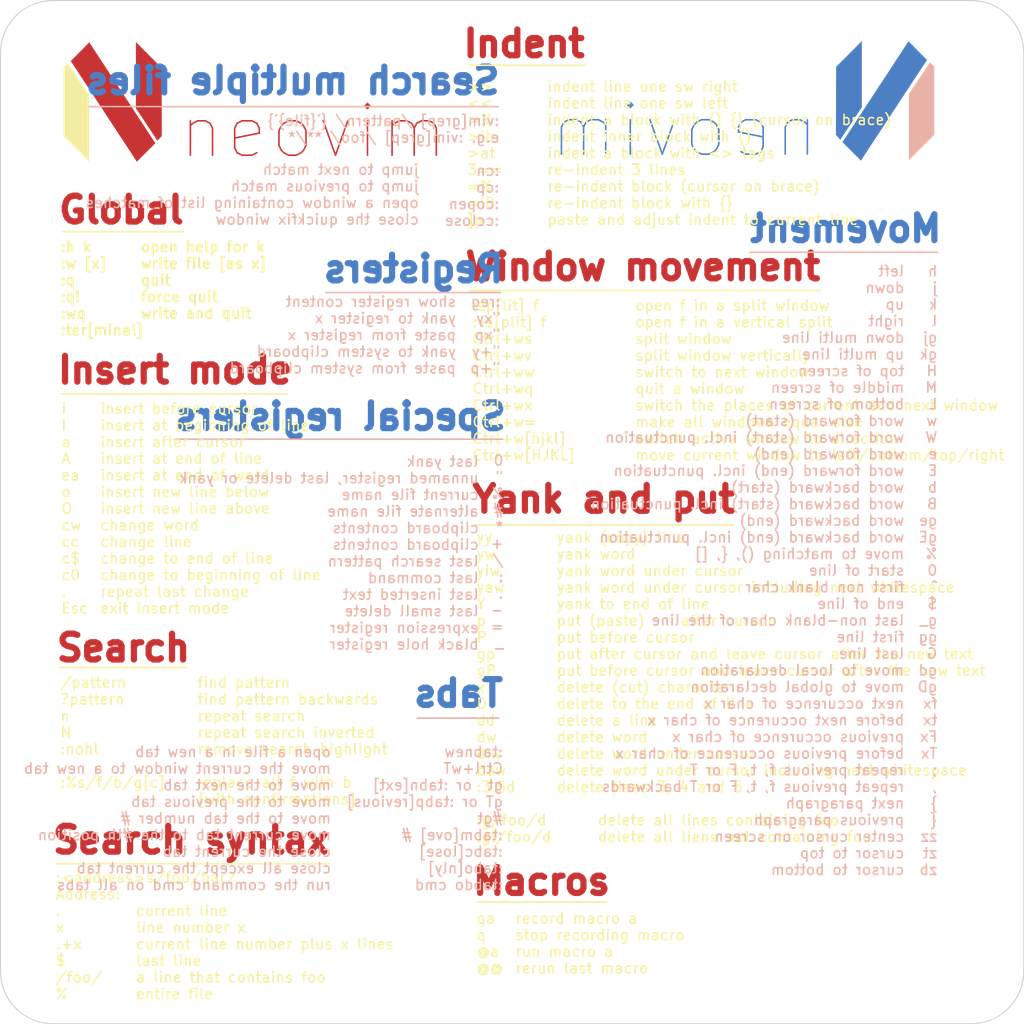
<source format=kicad_pcb>
(kicad_pcb (version 20211014) (generator pcbnew)

  (general
    (thickness 1.6)
  )

  (paper "A4")
  (layers
    (0 "F.Cu" signal)
    (31 "B.Cu" signal)
    (32 "B.Adhes" user "B.Adhesive")
    (33 "F.Adhes" user "F.Adhesive")
    (34 "B.Paste" user)
    (35 "F.Paste" user)
    (36 "B.SilkS" user "B.Silkscreen")
    (37 "F.SilkS" user "F.Silkscreen")
    (38 "B.Mask" user)
    (39 "F.Mask" user)
    (40 "Dwgs.User" user "User.Drawings")
    (41 "Cmts.User" user "User.Comments")
    (42 "Eco1.User" user "User.Eco1")
    (43 "Eco2.User" user "User.Eco2")
    (44 "Edge.Cuts" user)
    (45 "Margin" user)
    (46 "B.CrtYd" user "B.Courtyard")
    (47 "F.CrtYd" user "F.Courtyard")
    (48 "B.Fab" user)
    (49 "F.Fab" user)
    (50 "User.1" user)
    (51 "User.2" user)
    (52 "User.3" user)
    (53 "User.4" user)
    (54 "User.5" user)
    (55 "User.6" user)
    (56 "User.7" user)
    (57 "User.8" user)
    (58 "User.9" user)
  )

  (setup
    (pad_to_mask_clearance 0)
    (pcbplotparams
      (layerselection 0x00010fc_ffffffff)
      (disableapertmacros false)
      (usegerberextensions false)
      (usegerberattributes true)
      (usegerberadvancedattributes true)
      (creategerberjobfile true)
      (svguseinch false)
      (svgprecision 6)
      (excludeedgelayer true)
      (plotframeref false)
      (viasonmask false)
      (mode 1)
      (useauxorigin false)
      (hpglpennumber 1)
      (hpglpenspeed 20)
      (hpglpendiameter 15.000000)
      (dxfpolygonmode true)
      (dxfimperialunits true)
      (dxfusepcbnewfont true)
      (psnegative false)
      (psa4output false)
      (plotreference true)
      (plotvalue true)
      (plotinvisibletext false)
      (sketchpadsonfab false)
      (subtractmaskfromsilk false)
      (outputformat 1)
      (mirror false)
      (drillshape 1)
      (scaleselection 1)
      (outputdirectory "")
    )
  )

  (net 0 "")

  (gr_poly locked
    (pts
      (xy 55.513094 51.555858)
      (xy 55.529927 58.144896)
      (xy 55.105986 58.605724)
      (xy 53.021678 55.467194)
      (xy 53.021678 49.048975)
    ) (layer "F.Cu") (width 0) (fill solid) (tstamp ca931cf5-722d-45d9-a5f1-263d562a1530))
  (gr_poly locked
    (pts
      (xy 54.903603 58.841551)
      (xy 53.113294 60.632414)
      (xy 46.712104 50.887896)
      (xy 48.505761 49.075415)
    ) (layer "F.Cu") (width 0) (fill solid) (tstamp da5dd9eb-7b74-4281-81c9-68470c25c89b))
  (gr_poly
    (pts
      (xy 120.809097 51.451434)
      (xy 120.792264 58.040472)
      (xy 121.216205 58.5013)
      (xy 123.300513 55.36277)
      (xy 123.300513 48.944551)
    ) (layer "B.Cu") (width 0) (fill solid) (tstamp 2d8267ab-9f54-455d-a73b-a5db28ae06e7))
  (gr_poly
    (pts
      (xy 121.418588 58.737127)
      (xy 123.208897 60.52799)
      (xy 129.610087 50.783472)
      (xy 127.81643 48.970991)
    ) (layer "B.Cu") (width 0) (fill solid) (tstamp 9b83e539-60bc-49e8-ba3d-0c4f61e3e7fb))
  (gr_poly
    (pts
      (xy 127.85 54.054718)
      (xy 127.85 60.5)
      (xy 130.310625 58.04258)
      (xy 130.310625 51.426442)
      (xy 129.895241 51.006751)
    ) (layer "B.SilkS") (width 0) (fill solid) (tstamp 19505d99-f60b-4857-8d67-647b1613d565))
  (gr_line (start 71.4 73.3) (end 88.3 73.3) (layer "B.SilkS") (width 0.15) (tstamp 19b1911e-538c-4f4e-8e42-e9664c731c6f))
  (gr_line (start 80.25 114.5) (end 88.15 114.5) (layer "B.SilkS") (width 0.15) (tstamp 788318af-9051-4e96-88b8-4d24d29a5528))
  (gr_line (start 112.45 69.4) (end 130.65 69.4) (layer "B.SilkS") (width 0.15) (tstamp 863771d7-0f9a-49d3-9eef-6f50f8a1f3aa))
  (gr_line (start 48.5 55.3) (end 88.1 55.3) (layer "B.SilkS") (width 0.15) (tstamp 874edf03-f317-4c94-8aef-9af35fd9ed71))
  (gr_line (start 56.8 87.5) (end 88.5 87.5) (layer "B.SilkS") (width 0.15) (tstamp 98f46067-583c-4d82-b602-caf56ee8268c))
  (gr_line locked (start 85.2 51.3) (end 96.5 51.3) (layer "F.SilkS") (width 0.15) (tstamp 2b6f99ac-5a76-4e97-bf04-c89e90842b7a))
  (gr_line locked (start 45.35 128.6) (end 71.65 128.6) (layer "F.SilkS") (width 0.15) (tstamp 48737fd8-9802-46d3-ba84-fe2d5aba5b3b))
  (gr_line locked (start 45.812104 83.1) (end 67.712104 83.1) (layer "F.SilkS") (width 0.15) (tstamp 78f44449-23dc-40ce-9182-3ce410039798))
  (gr_poly locked
    (pts
      (xy 48.472191 54.159142)
      (xy 48.472191 60.604424)
      (xy 46.011566 58.147004)
      (xy 46.011566 51.530866)
      (xy 46.42695 51.111175)
    ) (layer "F.SilkS") (width 0) (fill solid) (tstamp 80b5fce9-a068-45d1-aee2-37a31b277fb4))
  (gr_line locked (start 85.3 73.1) (end 119.3 73.1) (layer "F.SilkS") (width 0.15) (tstamp 8f7f7aa4-8502-458f-9a9b-99cd4e58efe2))
  (gr_line locked (start 45.912104 67.4) (end 57.612104 67.4) (layer "F.SilkS") (width 0.15) (tstamp a2965234-687c-4e45-9eb6-f3492945a64b))
  (gr_line locked (start 85.7 95.8) (end 110.9 95.8) (layer "F.SilkS") (width 0.15) (tstamp b3111752-097d-4287-a65e-d6b73f37b6fd))
  (gr_line locked (start 45.612104 109.6) (end 57.912104 109.6) (layer "F.SilkS") (width 0.15) (tstamp c9cd6e0e-b2d8-498b-8ee6-0cfebbed35fb))
  (gr_line locked (start 86.1 132.3) (end 98.6 132.3) (layer "F.SilkS") (width 0.15) (tstamp ee819a32-6e36-41d9-9561-abb68abcdc1f))
  (gr_poly
    (pts
      (xy 121.452376 58.725012)
      (xy 123.242685 60.515875)
      (xy 129.643875 50.771357)
      (xy 127.850218 48.958876)
    ) (layer "B.Mask") (width 0) (fill solid) (tstamp dad59ff7-fcff-41bd-9076-db5f3376c56e))
  (gr_poly
    (pts
      (xy 120.802459 51.449884)
      (xy 120.785626 58.038922)
      (xy 121.209567 58.49975)
      (xy 123.293875 55.36122)
      (xy 123.293875 48.943001)
    ) (layer "B.Mask") (width 0) (fill solid) (tstamp fd70a84d-6957-4776-886b-3292aad3c276))
  (gr_poly locked
    (pts
      (xy 55.519732 51.554308)
      (xy 55.536565 58.143346)
      (xy 55.112624 58.604174)
      (xy 53.028316 55.465644)
      (xy 53.028316 49.047425)
    ) (layer "F.Mask") (width 0) (fill solid) (tstamp 3f7dcae5-4aee-4465-8d8e-deb5d3eef550))
  (gr_poly locked
    (pts
      (xy 54.869815 58.829436)
      (xy 53.079506 60.620299)
      (xy 46.678316 50.875781)
      (xy 48.471973 49.0633)
    ) (layer "F.Mask") (width 0) (fill solid) (tstamp eb0373b1-ac58-4990-ba2f-686c67b84204))
  (gr_line locked (start 133.892104 45.027896) (end 44.992104 45.027896) (layer "Edge.Cuts") (width 0.1) (tstamp 113385d1-ac70-4785-b333-267b73df963f))
  (gr_line locked (start 138.972106 139.007898) (end 138.972104 50.107896) (layer "Edge.Cuts") (width 0.1) (tstamp 189fc72f-1d76-4374-9ec4-76d7a7e6de1a))
  (gr_line locked (start 39.912104 50.107896) (end 39.912102 139.007898) (layer "Edge.Cuts") (width 0.1) (tstamp 1f931d1f-e3d2-440d-9e2b-4aa54ae7d51c))
  (gr_line locked (start 44.992102 144.087898) (end 133.892106 144.087898) (layer "Edge.Cuts") (width 0.1) (tstamp 23602e7b-304c-4568-be9c-49697833f5ae))
  (gr_arc locked (start 39.912104 50.107896) (mid 41.400002 46.515794) (end 44.992104 45.027896) (layer "Edge.Cuts") (width 0.1) (tstamp 2df3d8ee-37d0-4322-95cb-7d72573881f1))
  (gr_arc locked (start 44.992102 144.087898) (mid 41.4 142.6) (end 39.912102 139.007898) (layer "Edge.Cuts") (width 0.1) (tstamp 429cee5f-b59a-4d97-ba4e-72e18e319958))
  (gr_arc locked (start 138.972106 139.007898) (mid 137.484208 142.6) (end 133.892106 144.087898) (layer "Edge.Cuts") (width 0.1) (tstamp 7e3eaa68-db43-46c5-b79f-e3f49d3966aa))
  (gr_arc locked (start 133.892104 45.027896) (mid 137.484206 46.515794) (end 138.972104 50.107896) (layer "Edge.Cuts") (width 0.1) (tstamp d94f4853-15de-4ef3-87fc-c88d9571b0e5))
  (gr_text "Insert mode" (at 56.812104 80.8) (layer "F.Cu") (tstamp 1b0f2746-734f-488d-b483-4425700eb9db)
    (effects (font (size 2.5 2.5) (thickness 0.6)))
  )
  (gr_text "Yank and put" (at 98.3 93.3) (layer "F.Cu") (tstamp 2305ccf5-1e2c-431c-bc98-e9980ccd54ae)
    (effects (font (size 2.5 2.5) (thickness 0.6)))
  )
  (gr_text "Indent" (at 90.6 49.2) (layer "F.Cu") (tstamp 37e45909-2a86-4a4c-bf1c-aff95b22f6ff)
    (effects (font (size 2.5 2.5) (thickness 0.6)))
  )
  (gr_text "Search syntax" (at 58.35 126.3) (layer "F.Cu") (tstamp 5cffa091-8b44-4cb9-95ef-07bba29e81ad)
    (effects (font (size 2.5 2.5) (thickness 0.6)))
  )
  (gr_text "Macros" (at 92.3 130.3) (layer "F.Cu") (tstamp 7173cead-6fc7-41a2-a560-7b4dc7ee6f65)
    (effects (font (size 2.5 2.5) (thickness 0.6)))
  )
  (gr_text "neovim" (at 70.2 57.7) (layer "F.Cu") (tstamp 87062805-4da8-463d-a6ef-4bc8c806b66d)
    (effects (font (size 5 5) (thickness 0.15)))
  )
  (gr_text "Window movement" (at 102.1 70.8) (layer "F.Cu") (tstamp 951a199a-ceb8-4b79-afe0-ad18eba90af9)
    (effects (font (size 2.5 2.5) (thickness 0.6)))
  )
  (gr_text "Global" (at 51.612104 65.3) (layer "F.Cu") (tstamp d5ab2f0e-5bf9-49ed-95f6-329f0fbdd4e6)
    (effects (font (size 2.5 2.5) (thickness 0.6)))
  )
  (gr_text "Search" (at 51.812104 107.7) (layer "F.Cu") (tstamp decf0237-fae6-4abe-936e-197408739afa)
    (effects (font (size 2.5 2.5) (thickness 0.6)))
  )
  (gr_text "neovim" (at 106.122191 57.595576) (layer "B.Cu") (tstamp 0b5dac13-956d-4c56-84a7-fdd0c32043b5)
    (effects (font (size 5 5) (thickness 0.15)) (justify mirror))
  )
  (gr_text "Registers" (at 79.9 71) (layer "B.Cu") (tstamp 0d755808-6b0e-4ce1-aa64-0d8a506ef858)
    (effects (font (size 2.5 2.5) (thickness 0.6)) (justify mirror))
  )
  (gr_text "Tabs" (at 84.25 112.1) (layer "B.Cu") (tstamp 15368bf0-c2d5-429d-bcb3-be8472627976)
    (effects (font (size 2.5 2.5) (thickness 0.6)) (justify mirror))
  )
  (gr_text "Special registers" (at 72.8 85.3) (layer "B.Cu") (tstamp 17f90759-74f0-40d6-b59c-fc7e3ee12451)
    (effects (font (size 2.5 2.5) (thickness 0.6)) (justify mirror))
  )
  (gr_text "Movement" (at 121.75 67.1) (layer "B.Cu") (tstamp 5e2f4188-1741-4f83-9bf8-f4d756ef6890)
    (effects (font (size 2.5 2.5) (thickness 0.6)) (justify mirror))
  )
  (gr_text "Search multiple files" (at 68.2 52.8) (layer "B.Cu") (tstamp 642ef95e-312e-4365-98c2-8de01221bbae)
    (effects (font (size 2.5 2.5) (thickness 0.6)) (justify mirror))
  )
  (gr_text "jump to next match\njump to previous match\nopen a window containing list of matches\nclose the quickfix window" (at 80.5 63.8) (layer "B.SilkS") (tstamp 1acb1284-37d8-419c-b215-2aba3eba0f23)
    (effects (font (size 1 1) (thickness 0.15)) (justify left mirror))
  )
  (gr_text ":vim[grep] /pattern/ {`{file}`}\ne.g. :vim[grep] /foo/ **/*\n\n:cn	   \n:cp	   \n:copen \n:cclose" (at 88.3 61.5) (layer "B.SilkS") (tstamp 3b3794da-9588-4735-909a-b894405cb3c9)
    (effects (font (size 1 1) (thickness 0.15)) (justify left mirror))
  )
  (gr_text "h \nj \nk \nl \ngj\ngk\nH \nM \nL \nw \nW \ne \nE \nb \nB \nge\ngE\n% \n0 \n^ \n$ \ng_\ngg\nG \ngd\ngD\nfx\ntx\nFx\nTx\n; \n, \n} \n{brace}\nzz\nzt\nzb" (at 130.7 100.2) (layer "B.SilkS") (tstamp 619b7fa2-7eff-43b4-a8b7-b11c2b53e470)
    (effects (font (size 1 1) (thickness 0.15)) (justify left mirror))
  )
  (gr_text "0\n{dblquote}\n%\n#\n*\n+\n/\n:\n.\n-\n=\n_" (at 88.7 98.4) (layer "B.SilkS") (tstamp 631a22d1-268e-4ad5-8b45-0d5336322e2f)
    (effects (font (size 1 1) (thickness 0.15)) (justify left mirror))
  )
  (gr_text "open a file in a new tab\nmove the current window to a new tab\nmove to the next tab\nmove to the previous tab\nmove to the tab number #\nmove current tab to the #th position\nclose the current tab\nclose all except the current tab\nrun the command cmd on all tabs\n" (at 72 124.2) (layer "B.SilkS") (tstamp 7a1c2213-da1b-4748-bc68-c4cb21b3fccc)
    (effects (font (size 1 1) (thickness 0.15)) (justify left mirror))
  )
  (gr_text "left\ndown\nup\nright\ndown multi line\nup multi line\ntop of screen\nmiddle of screen\nbottom of screen\nword forward (start)\nword forward (start) incl. punctuation\nword forward (end)\nword forward (end) incl. punctuation\nword backward (start)\nword backward (start) incl. punctuation\nword backward (end)\nword backward (end) incl. punctuation\nmove to matching (), {brace}, []\nstart of line\nfirst non blank char\nend of line\nlast non-blank char of the line\nfirst line\nlast line\nmove to local declaration\nmove to global declaration\nnext occurence of char x\nbefore next occurence of char x\nprevious occurence of char x\nbefore previous occurence of char x\nrepeat previous f, t, F or T\nrepeat previous f, t, F or T backwards\nnext paragraph\nprevious paragraph\ncenter cursor on screen\ncursor to top\ncursor to bottom" (at 127.5 100.2) (layer "B.SilkS") (tstamp ad87251c-526a-4a73-ac29-d010016ce58f)
    (effects (font (size 1 1) (thickness 0.15)) (justify left mirror))
  )
  (gr_text ":reg\n{dblquote}xy	\n{dblquote}xp	\n{dblquote}+y\n{dblquote}+p" (at 88.4 77.4) (layer "B.SilkS") (tstamp b6f92cbe-3f7d-4e17-8991-7e7d29aa0e2e)
    (effects (font (size 1 1) (thickness 0.15)) (justify left mirror))
  )
  (gr_text ":tabnew       \nCtrl+wT       \ngt  or :tabn[ext]    \ngT or :tabp[revious]\n#gt           \n:tabm[ove] #  \n:tabc[lose]   \n:tabo[nly]    \n:tabdo cmd    \n" (at 88.65 124.2) (layer "B.SilkS") (tstamp c015e6ec-50d8-4ca2-8c81-80819f816b58)
    (effects (font (size 1 1) (thickness 0.15)) (justify left mirror))
  )
  (gr_text "show register content\nyank to register x\npaste from register x\nyank to system clipboard\npaste from system clipboard" (at 84.1 77.4) (layer "B.SilkS") (tstamp dbb2f77e-26aa-413f-9f41-40cc59783a36)
    (effects (font (size 1 1) (thickness 0.15)) (justify left mirror))
  )
  (gr_text "last yank\nunnamed register, last delete or yank\ncurrent file name\nalternate file name\nclipboard contents\nclipboard contents\nlast search pattern\nlast command\nlast inserted text\nlast small delete\nexpression register\nblack hole register" (at 86.3 98.5) (layer "B.SilkS") (tstamp fe0858be-309b-4d91-9fec-3ef8529e6740)
    (effects (font (size 1 1) (thickness 0.15)) (justify left mirror))
  )
  (gr_text "yy		yank (copy) line\nyw		yank word\nyiw		yank word under cursor\nyaw		yank word under cursor including next whitespace\nY		yank to end of line\np		put (paste)	after cursor\nP		put before cursor\ngp		put after cursor and leave cursor after the new text\ngP		put before cursor and leave cursor after the new text\nx		delete (cut) character\nD		delete to the end of line\ndd		delete a line\ndw		delete word\ndiw		delete word under cursor\ndaw		delete word under cursor including next whitespace\n:3,5d	delete lines 3, 4 and 5\n\n:g/foo/d	delete all lines containing foo\n:g!/foo/d	delete all liens not containing foo" (at 85.9 111.5) (layer "F.SilkS") (tstamp 3025a718-ec70-4fde-8077-3a717d6b71d4)
    (effects (font (size 1 1) (thickness 0.15)) (justify left))
  )
  (gr_text ">>		indent line one sw right\n<<		indent line one sw left\n>%		indent a block with () {} (cursor on brace)\n>ib		indent inner block with ()\n>at		indent a block with <> tags\n3==		re-indent 3 lines\n=%		re-indent block (cursor on brace)\n=iB		re-indent block with {}\n]p		paste and adjust indent to current line\n\n" (at 85 60.6) (layer "F.SilkS") (tstamp 5e5e0e76-9422-4796-992a-8b874e084bef)
    (effects (font (size 1 1) (thickness 0.15)) (justify left))
  )
  (gr_text ":h k 	open help for k\n:w [x]	write file [as x]\n:q		quit\n:q!		force quit\n:wq		write and quit\n:ter[minal]" (at 45.612104 72.9) (layer "F.SilkS") (tstamp 801e38df-5579-44a1-8802-11fb61d57ef5)
    (effects (font (size 1 1) (thickness 0.2)) (justify left))
  )
  (gr_text ":<address>s/foo/bar/\nAddress:\n.		current line\nx		line number x\n.+x		current line number plus x lines\n$		last line\n/foo/	a line that contains foo\n%		entire file" (at 45.162104 135.567896) (layer "F.SilkS") (tstamp 9081e626-beaa-4d08-9801-eeb5ac7d1d8a)
    (effects (font (size 1 1) (thickness 0.15)) (justify left))
  )
  (gr_text ":sp[lit] f		open f in a split window\n:vs[plit] f		open f in a vertical split\nCtrl+ws			split window\nCtrl+wv			split window vertically\nCtrl+ww			switch to next window\nCtrl+wq			quit a window\nCtrl+wx			switch the places of current and next window\nCtrl+w=			make all windows equal size\nCtrl+w[hjkl]	switch active window to direction\nCtrl+w[HJKL]	move current window to left/bottom/top/right" (at 85.5 81.8) (layer "F.SilkS") (tstamp ae0f9c92-7553-4ae4-92bb-0038f6728423)
    (effects (font (size 1 1) (thickness 0.15)) (justify left))
  )
  (gr_text "qa	record macro a\nq	stop recording macro\n@a	run macro a\n@@	rerun last macro" (at 85.9 136.3) (layer "F.SilkS") (tstamp d9545868-16ba-4154-a93a-127331e0d632)
    (effects (font (size 1 1) (thickness 0.15)) (justify left))
  )
  (gr_text "/pattern	  find pattern\n?pattern	  find pattern backwards\nn			  repeat search\nN			  repeat search inverted\n:nohl		  remove search highlight\n\n:%s/f/b/g[c]    replace all f with b \n			  [with confirmations]\n" (at 45.612104 116.7) (layer "F.SilkS") (tstamp e34b0ca8-f199-4c83-9cda-b24a8cb7f206)
    (effects (font (size 1 1) (thickness 0.15)) (justify left))
  )
  (gr_text "i	insert before cursor\nI	insert at beginning of line\na	insert after cursor\nA	insert at end of line\nea	insert at end of word\no	insert new line below\nO	insert new line above\ncw	change word\ncc	change line\nc$	change to end of line\nc0	change to beginning of line\n.	repeat last change\nEsc	exit insert mode" (at 45.712104 94.2) (layer "F.SilkS") (tstamp f546cc3f-fd70-4738-b7e7-6073d40ed758)
    (effects (font (size 1 1) (thickness 0.15)) (justify left))
  )
  (gr_text "neovim" (at 106.122191 57.595576) (layer "B.Mask") (tstamp 25997e9e-07da-4047-b774-61185dee8ade)
    (effects (font (size 5 5) (thickness 0.15)) (justify mirror))
  )
  (gr_text "Movement" (at 121.75 67.1) (layer "B.Mask") (tstamp 393a2813-8d3e-4e61-921d-752ee7bf711a)
    (effects (font (size 2.5 2.5) (thickness 0.6)) (justify mirror))
  )
  (gr_text "Registers" (at 79.9 71) (layer "B.Mask") (tstamp 46284a9e-70e0-4919-a9da-273b8b0dbce1)
    (effects (font (size 2.5 2.5) (thickness 0.6)) (justify mirror))
  )
  (gr_text "Search multiple files" (at 68.2 52.8) (layer "B.Mask") (tstamp 4d2fc23c-647e-4068-a45c-e602e10043f8)
    (effects (font (size 2.5 2.5) (thickness 0.6)) (justify mirror))
  )
  (gr_text "Tabs" (at 84.25 112.1) (layer "B.Mask") (tstamp 694f6536-7996-46a6-8d5d-2725d162cb79)
    (effects (font (size 2.5 2.5) (thickness 0.6)) (justify mirror))
  )
  (gr_text "Special registers" (at 72.8 85.3) (layer "B.Mask") (tstamp a10f9ea5-8f07-4b52-873f-859fa4f2bc85)
    (effects (font (size 2.5 2.5) (thickness 0.6)) (justify mirror))
  )
  (gr_text "Indent" (at 90.6 49.2) (layer "F.Mask") (tstamp 423abbc3-98a8-4e08-a48e-164938261a93)
    (effects (font (size 2.5 2.5) (thickness 0.6)))
  )
  (gr_text "Macros" (at 92.3 130.3) (layer "F.Mask") (tstamp 47a03001-ca78-44dd-901f-bca3f48d1b8f)
    (effects (font (size 2.5 2.5) (thickness 0.6)))
  )
  (gr_text "Search" (at 51.812104 107.7) (layer "F.Mask") (tstamp 76a19515-e2c8-4e37-b102-91fbf9c69567)
    (effects (font (size 2.5 2.5) (thickness 0.6)))
  )
  (gr_text "Global" (at 51.612104 65.3) (layer "F.Mask") (tstamp 78c6ceda-ea59-4156-aac7-bea48ffa8156)
    (effects (font (size 2.5 2.5) (thickness 0.6)))
  )
  (gr_text "Insert mode" (at 56.812104 80.8) (layer "F.Mask") (tstamp 7a70d5da-8e20-40e5-91a9-ff9cea1e7062)
    (effects (font (size 2.5 2.5) (thickness 0.6)))
  )
  (gr_text "Yank and put" (at 98.3 93.3) (layer "F.Mask") (tstamp 85c35095-2fcf-4167-a418-9b376b1cd856)
    (effects (font (size 2.5 2.5) (thickness 0.6)))
  )
  (gr_text "Window movement" (at 102.1 70.8) (layer "F.Mask") (tstamp 8933af7e-6c2b-42ea-b9d6-4b2a50a73e51)
    (effects (font (size 2.5 2.5) (thickness 0.6)))
  )
  (gr_text "neovim" (at 70.2 57.7) (layer "F.Mask") (tstamp ac8b4664-9eb8-46a0-b50e-d9a2064b5a2e)
    (effects (font (size 5 5) (thickness 0.15)))
  )
  (gr_text "Search syntax" (at 58.35 126.3) (layer "F.Mask") (tstamp be359911-66c7-4024-8e02-df7ff108ed29)
    (effects (font (size 2.5 2.5) (thickness 0.6)))
  )

)

</source>
